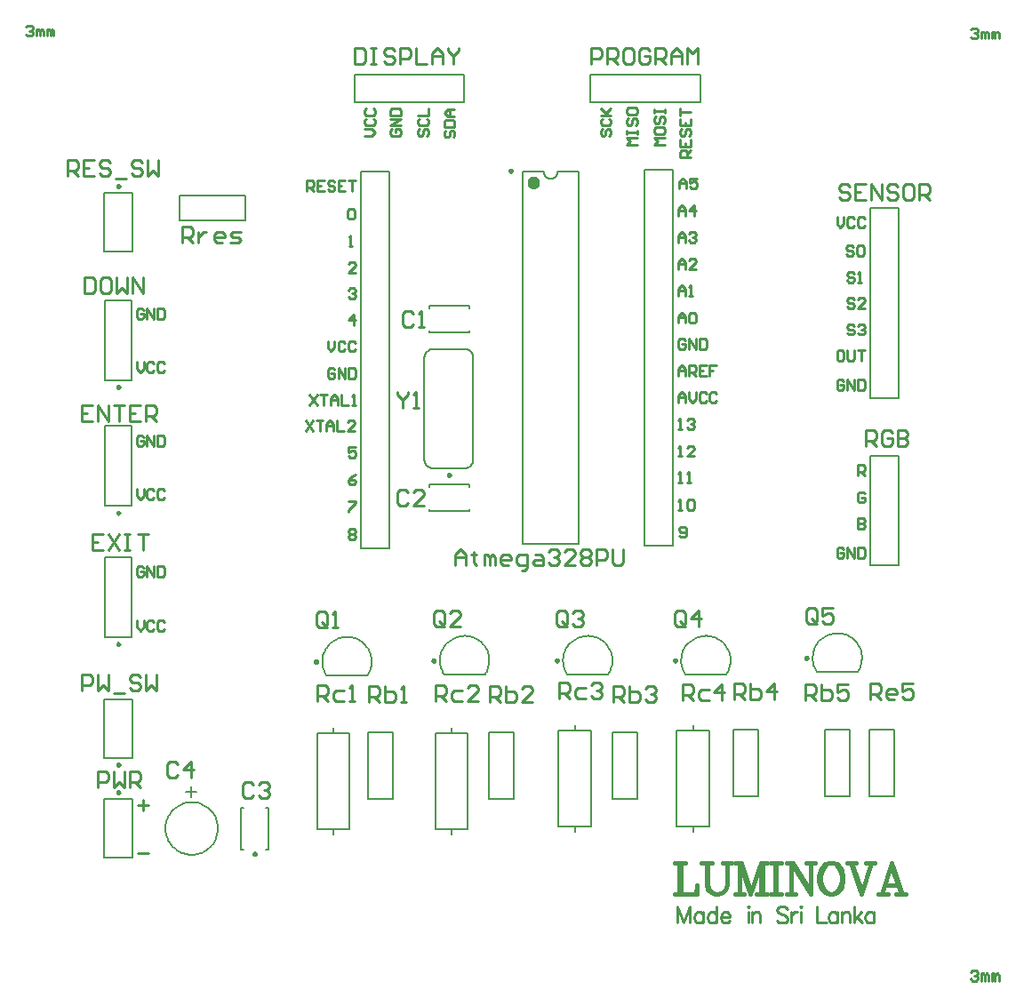
<source format=gbr>
%FSTAX23Y23*%
%MOIN*%
%SFA1B1*%

%IPPOS*%
%ADD34C,0.009843*%
%ADD35C,0.007874*%
%ADD36C,0.023622*%
%ADD37C,0.015748*%
%ADD38C,0.010000*%
%ADD39C,0.005905*%
%LNlamp_legend_top-1*%
%LPD*%
G54D34*
X01737Y01975D02*
D01*
X01737Y01975*
X01737Y01976*
X01737Y01976*
X01737Y01976*
X01736Y01977*
X01736Y01977*
X01736Y01977*
X01736Y01978*
X01736Y01978*
X01736Y01978*
X01735Y01978*
X01735Y01979*
X01735Y01979*
X01735Y01979*
X01734Y01979*
X01734Y01979*
X01734Y01979*
X01733Y0198*
X01733Y0198*
X01733Y0198*
X01732Y0198*
X01732Y0198*
X01732*
X01731Y0198*
X01731Y0198*
X01731Y0198*
X0173Y0198*
X0173Y01979*
X0173Y01979*
X01729Y01979*
X01729Y01979*
X01729Y01979*
X01728Y01979*
X01728Y01978*
X01728Y01978*
X01728Y01978*
X01728Y01978*
X01727Y01977*
X01727Y01977*
X01727Y01977*
X01727Y01976*
X01727Y01976*
X01727Y01976*
X01727Y01975*
X01727Y01975*
X01727Y01975*
X01727Y01974*
X01727Y01974*
X01727Y01974*
X01727Y01973*
X01727Y01973*
X01727Y01973*
X01728Y01972*
X01728Y01972*
X01728Y01972*
X01728Y01971*
X01728Y01971*
X01729Y01971*
X01729Y01971*
X01729Y01971*
X0173Y0197*
X0173Y0197*
X0173Y0197*
X01731Y0197*
X01731Y0197*
X01731Y0197*
X01732Y0197*
X01732*
X01732Y0197*
X01733Y0197*
X01733Y0197*
X01733Y0197*
X01734Y0197*
X01734Y0197*
X01734Y01971*
X01735Y01971*
X01735Y01971*
X01735Y01971*
X01735Y01971*
X01736Y01972*
X01736Y01972*
X01736Y01972*
X01736Y01973*
X01736Y01973*
X01736Y01973*
X01737Y01974*
X01737Y01974*
X01737Y01974*
X01737Y01975*
X01737Y01975*
X01968Y03116D02*
D01*
X01968Y03116*
X01968Y03117*
X01968Y03117*
X01968Y03117*
X01968Y03118*
X01968Y03118*
X01968Y03118*
X01967Y03119*
X01967Y03119*
X01967Y03119*
X01967Y03119*
X01967Y0312*
X01966Y0312*
X01966Y0312*
X01966Y0312*
X01965Y0312*
X01965Y03121*
X01965Y03121*
X01964Y03121*
X01964Y03121*
X01964Y03121*
X01963Y03121*
X01963*
X01963Y03121*
X01962Y03121*
X01962Y03121*
X01962Y03121*
X01961Y03121*
X01961Y0312*
X01961Y0312*
X01961Y0312*
X0196Y0312*
X0196Y0312*
X0196Y03119*
X0196Y03119*
X01959Y03119*
X01959Y03119*
X01959Y03118*
X01959Y03118*
X01959Y03118*
X01959Y03117*
X01958Y03117*
X01958Y03117*
X01958Y03116*
X01958Y03116*
X01958Y03116*
X01958Y03115*
X01958Y03115*
X01959Y03115*
X01959Y03114*
X01959Y03114*
X01959Y03114*
X01959Y03113*
X01959Y03113*
X0196Y03113*
X0196Y03113*
X0196Y03112*
X0196Y03112*
X01961Y03112*
X01961Y03112*
X01961Y03112*
X01961Y03111*
X01962Y03111*
X01962Y03111*
X01962Y03111*
X01963Y03111*
X01963Y03111*
X01963*
X01964Y03111*
X01964Y03111*
X01964Y03111*
X01965Y03111*
X01965Y03111*
X01965Y03112*
X01966Y03112*
X01966Y03112*
X01966Y03112*
X01967Y03112*
X01967Y03113*
X01967Y03113*
X01967Y03113*
X01967Y03113*
X01968Y03114*
X01968Y03114*
X01968Y03114*
X01968Y03115*
X01968Y03115*
X01968Y03115*
X01968Y03116*
X01968Y03116*
X00497Y03058D02*
D01*
X00497Y03059*
X00496Y03059*
X00496Y03059*
X00496Y0306*
X00496Y0306*
X00496Y0306*
X00496Y03061*
X00496Y03061*
X00496Y03061*
X00495Y03062*
X00495Y03062*
X00495Y03062*
X00495Y03062*
X00494Y03062*
X00494Y03063*
X00494Y03063*
X00493Y03063*
X00493Y03063*
X00493Y03063*
X00492Y03063*
X00492Y03063*
X00492Y03063*
X00491*
X00491Y03063*
X00491Y03063*
X0049Y03063*
X0049Y03063*
X0049Y03063*
X00489Y03063*
X00489Y03063*
X00489Y03062*
X00489Y03062*
X00488Y03062*
X00488Y03062*
X00488Y03062*
X00488Y03061*
X00487Y03061*
X00487Y03061*
X00487Y0306*
X00487Y0306*
X00487Y0306*
X00487Y03059*
X00487Y03059*
X00487Y03059*
X00487Y03058*
X00487Y03058*
X00487Y03058*
X00487Y03057*
X00487Y03057*
X00487Y03057*
X00487Y03056*
X00487Y03056*
X00487Y03056*
X00488Y03055*
X00488Y03055*
X00488Y03055*
X00488Y03055*
X00489Y03054*
X00489Y03054*
X00489Y03054*
X00489Y03054*
X0049Y03054*
X0049Y03054*
X0049Y03054*
X00491Y03054*
X00491Y03053*
X00491Y03053*
X00492*
X00492Y03053*
X00492Y03054*
X00493Y03054*
X00493Y03054*
X00493Y03054*
X00494Y03054*
X00494Y03054*
X00494Y03054*
X00495Y03054*
X00495Y03055*
X00495Y03055*
X00495Y03055*
X00496Y03055*
X00496Y03056*
X00496Y03056*
X00496Y03056*
X00496Y03057*
X00496Y03057*
X00496Y03057*
X00496Y03058*
X00497Y03058*
X00497Y03058*
Y02304D02*
D01*
X00497Y02305*
X00496Y02305*
X00496Y02305*
X00496Y02306*
X00496Y02306*
X00496Y02306*
X00496Y02307*
X00496Y02307*
X00496Y02307*
X00495Y02307*
X00495Y02308*
X00495Y02308*
X00495Y02308*
X00494Y02308*
X00494Y02308*
X00494Y02309*
X00493Y02309*
X00493Y02309*
X00493Y02309*
X00492Y02309*
X00492Y02309*
X00492Y02309*
X00491*
X00491Y02309*
X00491Y02309*
X0049Y02309*
X0049Y02309*
X0049Y02309*
X00489Y02309*
X00489Y02308*
X00489Y02308*
X00489Y02308*
X00488Y02308*
X00488Y02308*
X00488Y02307*
X00488Y02307*
X00487Y02307*
X00487Y02307*
X00487Y02306*
X00487Y02306*
X00487Y02306*
X00487Y02305*
X00487Y02305*
X00487Y02305*
X00487Y02304*
X00487Y02304*
X00487Y02304*
X00487Y02303*
X00487Y02303*
X00487Y02303*
X00487Y02302*
X00487Y02302*
X00487Y02302*
X00488Y02301*
X00488Y02301*
X00488Y02301*
X00488Y02301*
X00489Y023*
X00489Y023*
X00489Y023*
X00489Y023*
X0049Y023*
X0049Y023*
X0049Y02299*
X00491Y02299*
X00491Y02299*
X00491Y02299*
X00492*
X00492Y02299*
X00492Y02299*
X00493Y02299*
X00493Y023*
X00493Y023*
X00494Y023*
X00494Y023*
X00494Y023*
X00495Y023*
X00495Y02301*
X00495Y02301*
X00495Y02301*
X00496Y02301*
X00496Y02302*
X00496Y02302*
X00496Y02302*
X00496Y02303*
X00496Y02303*
X00496Y02303*
X00496Y02304*
X00497Y02304*
X00497Y02304*
Y01833D02*
D01*
X00497Y01834*
X00496Y01834*
X00496Y01834*
X00496Y01835*
X00496Y01835*
X00496Y01835*
X00496Y01836*
X00496Y01836*
X00496Y01836*
X00495Y01837*
X00495Y01837*
X00495Y01837*
X00495Y01837*
X00494Y01837*
X00494Y01838*
X00494Y01838*
X00493Y01838*
X00493Y01838*
X00493Y01838*
X00492Y01838*
X00492Y01838*
X00492Y01838*
X00491*
X00491Y01838*
X00491Y01838*
X0049Y01838*
X0049Y01838*
X0049Y01838*
X00489Y01838*
X00489Y01838*
X00489Y01837*
X00489Y01837*
X00488Y01837*
X00488Y01837*
X00488Y01837*
X00488Y01836*
X00487Y01836*
X00487Y01836*
X00487Y01835*
X00487Y01835*
X00487Y01835*
X00487Y01834*
X00487Y01834*
X00487Y01834*
X00487Y01833*
X00487Y01833*
X00487Y01833*
X00487Y01832*
X00487Y01832*
X00487Y01832*
X00487Y01831*
X00487Y01831*
X00487Y01831*
X00488Y0183*
X00488Y0183*
X00488Y0183*
X00488Y0183*
X00489Y01829*
X00489Y01829*
X00489Y01829*
X00489Y01829*
X0049Y01829*
X0049Y01829*
X0049Y01829*
X00491Y01829*
X00491Y01828*
X00491Y01828*
X00492*
X00492Y01828*
X00492Y01829*
X00493Y01829*
X00493Y01829*
X00493Y01829*
X00494Y01829*
X00494Y01829*
X00494Y01829*
X00495Y01829*
X00495Y0183*
X00495Y0183*
X00495Y0183*
X00496Y0183*
X00496Y01831*
X00496Y01831*
X00496Y01831*
X00496Y01832*
X00496Y01832*
X00496Y01832*
X00496Y01833*
X00497Y01833*
X00497Y01833*
Y0134D02*
D01*
X00497Y0134*
X00496Y0134*
X00496Y01341*
X00496Y01341*
X00496Y01341*
X00496Y01342*
X00496Y01342*
X00496Y01342*
X00496Y01343*
X00495Y01343*
X00495Y01343*
X00495Y01343*
X00495Y01344*
X00494Y01344*
X00494Y01344*
X00494Y01344*
X00493Y01344*
X00493Y01344*
X00493Y01344*
X00492Y01345*
X00492Y01345*
X00492Y01345*
X00491*
X00491Y01345*
X00491Y01345*
X0049Y01344*
X0049Y01344*
X0049Y01344*
X00489Y01344*
X00489Y01344*
X00489Y01344*
X00489Y01344*
X00488Y01343*
X00488Y01343*
X00488Y01343*
X00488Y01343*
X00487Y01342*
X00487Y01342*
X00487Y01342*
X00487Y01341*
X00487Y01341*
X00487Y01341*
X00487Y0134*
X00487Y0134*
X00487Y0134*
X00487Y01339*
X00487Y01339*
X00487Y01339*
X00487Y01338*
X00487Y01338*
X00487Y01338*
X00487Y01337*
X00487Y01337*
X00488Y01337*
X00488Y01336*
X00488Y01336*
X00488Y01336*
X00489Y01336*
X00489Y01336*
X00489Y01335*
X00489Y01335*
X0049Y01335*
X0049Y01335*
X0049Y01335*
X00491Y01335*
X00491Y01335*
X00491Y01335*
X00492*
X00492Y01335*
X00492Y01335*
X00493Y01335*
X00493Y01335*
X00493Y01335*
X00494Y01335*
X00494Y01335*
X00494Y01336*
X00495Y01336*
X00495Y01336*
X00495Y01336*
X00495Y01336*
X00496Y01337*
X00496Y01337*
X00496Y01337*
X00496Y01338*
X00496Y01338*
X00496Y01338*
X00496Y01339*
X00496Y01339*
X00497Y01339*
X00497Y0134*
Y00888D02*
D01*
X00497Y00889*
X00496Y00889*
X00496Y00889*
X00496Y0089*
X00496Y0089*
X00496Y0089*
X00496Y00891*
X00496Y00891*
X00496Y00891*
X00495Y00891*
X00495Y00892*
X00495Y00892*
X00495Y00892*
X00494Y00892*
X00494Y00893*
X00494Y00893*
X00493Y00893*
X00493Y00893*
X00493Y00893*
X00492Y00893*
X00492Y00893*
X00492Y00893*
X00491*
X00491Y00893*
X00491Y00893*
X0049Y00893*
X0049Y00893*
X0049Y00893*
X00489Y00893*
X00489Y00893*
X00489Y00892*
X00489Y00892*
X00488Y00892*
X00488Y00892*
X00488Y00891*
X00488Y00891*
X00487Y00891*
X00487Y00891*
X00487Y0089*
X00487Y0089*
X00487Y0089*
X00487Y00889*
X00487Y00889*
X00487Y00889*
X00487Y00888*
X00487Y00888*
X00487Y00888*
X00487Y00887*
X00487Y00887*
X00487Y00887*
X00487Y00886*
X00487Y00886*
X00487Y00886*
X00488Y00885*
X00488Y00885*
X00488Y00885*
X00488Y00885*
X00489Y00884*
X00489Y00884*
X00489Y00884*
X00489Y00884*
X0049Y00884*
X0049Y00884*
X0049Y00884*
X00491Y00883*
X00491Y00883*
X00491Y00883*
X00492*
X00492Y00883*
X00492Y00883*
X00493Y00884*
X00493Y00884*
X00493Y00884*
X00494Y00884*
X00494Y00884*
X00494Y00884*
X00495Y00884*
X00495Y00885*
X00495Y00885*
X00495Y00885*
X00496Y00885*
X00496Y00886*
X00496Y00886*
X00496Y00886*
X00496Y00887*
X00496Y00887*
X00496Y00887*
X00496Y00888*
X00497Y00888*
X00497Y00888*
Y00784D02*
D01*
X00497Y00784*
X00496Y00785*
X00496Y00785*
X00496Y00785*
X00496Y00786*
X00496Y00786*
X00496Y00786*
X00496Y00787*
X00496Y00787*
X00495Y00787*
X00495Y00787*
X00495Y00788*
X00495Y00788*
X00494Y00788*
X00494Y00788*
X00494Y00788*
X00493Y00789*
X00493Y00789*
X00493Y00789*
X00492Y00789*
X00492Y00789*
X00492Y00789*
X00491*
X00491Y00789*
X00491Y00789*
X0049Y00789*
X0049Y00789*
X0049Y00789*
X00489Y00788*
X00489Y00788*
X00489Y00788*
X00489Y00788*
X00488Y00788*
X00488Y00787*
X00488Y00787*
X00488Y00787*
X00487Y00787*
X00487Y00786*
X00487Y00786*
X00487Y00786*
X00487Y00785*
X00487Y00785*
X00487Y00785*
X00487Y00784*
X00487Y00784*
X00487Y00784*
X00487Y00783*
X00487Y00783*
X00487Y00783*
X00487Y00782*
X00487Y00782*
X00487Y00782*
X00487Y00781*
X00488Y00781*
X00488Y00781*
X00488Y00781*
X00488Y0078*
X00489Y0078*
X00489Y0078*
X00489Y0078*
X00489Y0078*
X0049Y00779*
X0049Y00779*
X0049Y00779*
X00491Y00779*
X00491Y00779*
X00491Y00779*
X00492*
X00492Y00779*
X00492Y00779*
X00493Y00779*
X00493Y00779*
X00493Y00779*
X00494Y0078*
X00494Y0078*
X00494Y0078*
X00495Y0078*
X00495Y0078*
X00495Y00781*
X00495Y00781*
X00496Y00781*
X00496Y00781*
X00496Y00782*
X00496Y00782*
X00496Y00782*
X00496Y00783*
X00496Y00783*
X00496Y00783*
X00497Y00784*
X00497Y00784*
X01008Y00554D02*
D01*
X01008Y00554*
X01008Y00554*
X01008Y00555*
X01008Y00555*
X01008Y00555*
X01008Y00556*
X01008Y00556*
X01008Y00556*
X01007Y00557*
X01007Y00557*
X01007Y00557*
X01007Y00557*
X01006Y00558*
X01006Y00558*
X01006Y00558*
X01006Y00558*
X01005Y00558*
X01005Y00558*
X01005Y00558*
X01004Y00558*
X01004Y00559*
X01004Y00559*
X01003*
X01003Y00559*
X01003Y00558*
X01002Y00558*
X01002Y00558*
X01002Y00558*
X01001Y00558*
X01001Y00558*
X01001Y00558*
X01Y00558*
X01Y00557*
X01Y00557*
X01Y00557*
X00999Y00557*
X00999Y00556*
X00999Y00556*
X00999Y00556*
X00999Y00555*
X00999Y00555*
X00999Y00555*
X00999Y00554*
X00999Y00554*
X00999Y00554*
X00999Y00553*
X00999Y00553*
X00999Y00553*
X00999Y00552*
X00999Y00552*
X00999Y00552*
X00999Y00551*
X00999Y00551*
X00999Y00551*
X01Y0055*
X01Y0055*
X01Y0055*
X01Y0055*
X01001Y0055*
X01001Y00549*
X01001Y00549*
X01002Y00549*
X01002Y00549*
X01002Y00549*
X01003Y00549*
X01003Y00549*
X01003Y00549*
X01004*
X01004Y00549*
X01004Y00549*
X01005Y00549*
X01005Y00549*
X01005Y00549*
X01006Y00549*
X01006Y00549*
X01006Y0055*
X01006Y0055*
X01007Y0055*
X01007Y0055*
X01007Y0055*
X01007Y00551*
X01008Y00551*
X01008Y00551*
X01008Y00552*
X01008Y00552*
X01008Y00552*
X01008Y00553*
X01008Y00553*
X01008Y00553*
X01008Y00554*
X03077Y01289D02*
D01*
X03077Y01289*
X03077Y0129*
X03077Y0129*
X03077Y0129*
X03077Y01291*
X03077Y01291*
X03077Y01291*
X03077Y01291*
X03076Y01292*
X03076Y01292*
X03076Y01292*
X03076Y01293*
X03075Y01293*
X03075Y01293*
X03075Y01293*
X03074Y01293*
X03074Y01293*
X03074Y01294*
X03074Y01294*
X03073Y01294*
X03073Y01294*
X03073Y01294*
X03072*
X03072Y01294*
X03071Y01294*
X03071Y01294*
X03071Y01294*
X0307Y01293*
X0307Y01293*
X0307Y01293*
X0307Y01293*
X03069Y01293*
X03069Y01293*
X03069Y01292*
X03069Y01292*
X03068Y01292*
X03068Y01291*
X03068Y01291*
X03068Y01291*
X03068Y01291*
X03068Y0129*
X03068Y0129*
X03067Y0129*
X03067Y01289*
X03067Y01289*
X03067Y01289*
X03067Y01288*
X03068Y01288*
X03068Y01288*
X03068Y01287*
X03068Y01287*
X03068Y01287*
X03068Y01286*
X03068Y01286*
X03069Y01286*
X03069Y01285*
X03069Y01285*
X03069Y01285*
X0307Y01285*
X0307Y01285*
X0307Y01284*
X0307Y01284*
X03071Y01284*
X03071Y01284*
X03071Y01284*
X03072Y01284*
X03072Y01284*
X03073*
X03073Y01284*
X03073Y01284*
X03074Y01284*
X03074Y01284*
X03074Y01284*
X03074Y01284*
X03075Y01285*
X03075Y01285*
X03075Y01285*
X03076Y01285*
X03076Y01285*
X03076Y01286*
X03076Y01286*
X03077Y01286*
X03077Y01287*
X03077Y01287*
X03077Y01287*
X03077Y01288*
X03077Y01288*
X03077Y01288*
X03077Y01289*
X03077Y01289*
X01239Y01275D02*
D01*
X01239Y01275*
X01239Y01276*
X01239Y01276*
X01238Y01276*
X01238Y01277*
X01238Y01277*
X01238Y01277*
X01238Y01278*
X01238Y01278*
X01238Y01278*
X01237Y01279*
X01237Y01279*
X01237Y01279*
X01237Y01279*
X01236Y01279*
X01236Y0128*
X01236Y0128*
X01235Y0128*
X01235Y0128*
X01235Y0128*
X01234Y0128*
X01234Y0128*
X01234*
X01233Y0128*
X01233Y0128*
X01233Y0128*
X01232Y0128*
X01232Y0128*
X01232Y0128*
X01231Y01279*
X01231Y01279*
X01231Y01279*
X0123Y01279*
X0123Y01279*
X0123Y01278*
X0123Y01278*
X0123Y01278*
X01229Y01277*
X01229Y01277*
X01229Y01277*
X01229Y01276*
X01229Y01276*
X01229Y01276*
X01229Y01275*
X01229Y01275*
X01229Y01275*
X01229Y01274*
X01229Y01274*
X01229Y01274*
X01229Y01273*
X01229Y01273*
X01229Y01273*
X0123Y01272*
X0123Y01272*
X0123Y01272*
X0123Y01272*
X0123Y01271*
X01231Y01271*
X01231Y01271*
X01231Y01271*
X01232Y01271*
X01232Y01271*
X01232Y0127*
X01233Y0127*
X01233Y0127*
X01233Y0127*
X01234Y0127*
X01234*
X01234Y0127*
X01235Y0127*
X01235Y0127*
X01235Y0127*
X01236Y01271*
X01236Y01271*
X01236Y01271*
X01237Y01271*
X01237Y01271*
X01237Y01271*
X01237Y01272*
X01238Y01272*
X01238Y01272*
X01238Y01272*
X01238Y01273*
X01238Y01273*
X01238Y01273*
X01238Y01274*
X01239Y01274*
X01239Y01274*
X01239Y01275*
X01239Y01275*
X0168Y01279D02*
D01*
X0168Y01279*
X0168Y0128*
X0168Y0128*
X01679Y0128*
X01679Y01281*
X01679Y01281*
X01679Y01281*
X01679Y01282*
X01679Y01282*
X01678Y01282*
X01678Y01282*
X01678Y01283*
X01678Y01283*
X01677Y01283*
X01677Y01283*
X01677Y01283*
X01677Y01284*
X01676Y01284*
X01676Y01284*
X01676Y01284*
X01675Y01284*
X01675Y01284*
X01675*
X01674Y01284*
X01674Y01284*
X01674Y01284*
X01673Y01284*
X01673Y01284*
X01673Y01283*
X01672Y01283*
X01672Y01283*
X01672Y01283*
X01671Y01283*
X01671Y01282*
X01671Y01282*
X01671Y01282*
X01671Y01282*
X0167Y01281*
X0167Y01281*
X0167Y01281*
X0167Y0128*
X0167Y0128*
X0167Y0128*
X0167Y01279*
X0167Y01279*
X0167Y01279*
X0167Y01278*
X0167Y01278*
X0167Y01278*
X0167Y01277*
X0167Y01277*
X0167Y01277*
X01671Y01276*
X01671Y01276*
X01671Y01276*
X01671Y01276*
X01671Y01275*
X01672Y01275*
X01672Y01275*
X01672Y01275*
X01673Y01275*
X01673Y01274*
X01673Y01274*
X01674Y01274*
X01674Y01274*
X01674Y01274*
X01675Y01274*
X01675*
X01675Y01274*
X01676Y01274*
X01676Y01274*
X01676Y01274*
X01677Y01274*
X01677Y01275*
X01677Y01275*
X01677Y01275*
X01678Y01275*
X01678Y01275*
X01678Y01276*
X01678Y01276*
X01679Y01276*
X01679Y01276*
X01679Y01277*
X01679Y01277*
X01679Y01277*
X01679Y01278*
X0168Y01278*
X0168Y01278*
X0168Y01279*
X0168Y01279*
X02584D02*
D01*
X02584Y01279*
X02584Y0128*
X02584Y0128*
X02584Y0128*
X02584Y01281*
X02584Y01281*
X02584Y01281*
X02584Y01282*
X02583Y01282*
X02583Y01282*
X02583Y01282*
X02583Y01283*
X02582Y01283*
X02582Y01283*
X02582Y01283*
X02582Y01283*
X02581Y01284*
X02581Y01284*
X02581Y01284*
X0258Y01284*
X0258Y01284*
X0258Y01284*
X02579*
X02579Y01284*
X02579Y01284*
X02578Y01284*
X02578Y01284*
X02578Y01284*
X02577Y01283*
X02577Y01283*
X02577Y01283*
X02576Y01283*
X02576Y01283*
X02576Y01282*
X02576Y01282*
X02575Y01282*
X02575Y01282*
X02575Y01281*
X02575Y01281*
X02575Y01281*
X02575Y0128*
X02575Y0128*
X02575Y0128*
X02575Y01279*
X02575Y01279*
X02575Y01279*
X02575Y01278*
X02575Y01278*
X02575Y01278*
X02575Y01277*
X02575Y01277*
X02575Y01277*
X02575Y01276*
X02575Y01276*
X02576Y01276*
X02576Y01276*
X02576Y01275*
X02576Y01275*
X02577Y01275*
X02577Y01275*
X02577Y01275*
X02578Y01274*
X02578Y01274*
X02578Y01274*
X02579Y01274*
X02579Y01274*
X02579Y01274*
X0258*
X0258Y01274*
X0258Y01274*
X02581Y01274*
X02581Y01274*
X02581Y01274*
X02582Y01275*
X02582Y01275*
X02582Y01275*
X02582Y01275*
X02583Y01275*
X02583Y01276*
X02583Y01276*
X02583Y01276*
X02584Y01276*
X02584Y01277*
X02584Y01277*
X02584Y01277*
X02584Y01278*
X02584Y01278*
X02584Y01278*
X02584Y01279*
X02584Y01279*
X02141D02*
D01*
X02141Y01279*
X02141Y0128*
X02141Y0128*
X02141Y0128*
X02141Y01281*
X02141Y01281*
X02141Y01281*
X02141Y01282*
X0214Y01282*
X0214Y01282*
X0214Y01282*
X0214Y01283*
X0214Y01283*
X02139Y01283*
X02139Y01283*
X02139Y01283*
X02138Y01284*
X02138Y01284*
X02138Y01284*
X02137Y01284*
X02137Y01284*
X02137Y01284*
X02136*
X02136Y01284*
X02136Y01284*
X02135Y01284*
X02135Y01284*
X02135Y01284*
X02134Y01283*
X02134Y01283*
X02134Y01283*
X02133Y01283*
X02133Y01283*
X02133Y01282*
X02133Y01282*
X02133Y01282*
X02132Y01282*
X02132Y01281*
X02132Y01281*
X02132Y01281*
X02132Y0128*
X02132Y0128*
X02132Y0128*
X02132Y01279*
X02132Y01279*
X02132Y01279*
X02132Y01278*
X02132Y01278*
X02132Y01278*
X02132Y01277*
X02132Y01277*
X02132Y01277*
X02132Y01276*
X02133Y01276*
X02133Y01276*
X02133Y01276*
X02133Y01275*
X02133Y01275*
X02134Y01275*
X02134Y01275*
X02134Y01275*
X02135Y01274*
X02135Y01274*
X02135Y01274*
X02136Y01274*
X02136Y01274*
X02136Y01274*
X02137*
X02137Y01274*
X02137Y01274*
X02138Y01274*
X02138Y01274*
X02138Y01274*
X02139Y01275*
X02139Y01275*
X02139Y01275*
X0214Y01275*
X0214Y01275*
X0214Y01276*
X0214Y01276*
X0214Y01276*
X02141Y01276*
X02141Y01277*
X02141Y01277*
X02141Y01277*
X02141Y01278*
X02141Y01278*
X02141Y01278*
X02141Y01279*
X02141Y01279*
G54D35*
X0164Y02033D02*
D01*
X0164Y02031*
X01641Y02028*
X01641Y02026*
X01642Y02024*
X01642Y02022*
X01643Y0202*
X01644Y02018*
X01645Y02016*
X01646Y02014*
X01648Y02012*
X01649Y0201*
X01651Y02009*
X01653Y02007*
X01655Y02006*
X01656Y02005*
X01658Y02004*
X01661Y02003*
X01663Y02002*
X01665Y02001*
X01667Y02001*
X01669Y02001*
X01672Y02001*
X01673Y02*
X01791D02*
D01*
X01793Y02001*
X01795Y02001*
X01798Y02001*
X018Y02002*
X01802Y02002*
X01804Y02003*
X01806Y02004*
X01808Y02005*
X0181Y02007*
X01812Y02008*
X01813Y0201*
X01815Y02011*
X01816Y02013*
X01818Y02015*
X01819Y02017*
X0182Y02019*
X01821Y02021*
X01822Y02023*
X01822Y02025*
X01823Y02027*
X01823Y0203*
X01823Y02032*
X01823Y02033*
Y02415D02*
D01*
X01823Y02417*
X01823Y02419*
X01823Y02422*
X01822Y02424*
X01821Y02426*
X01821Y02428*
X0182Y0243*
X01818Y02432*
X01817Y02434*
X01816Y02436*
X01814Y02437*
X01813Y02439*
X01811Y0244*
X01809Y02442*
X01807Y02443*
X01805Y02444*
X01803Y02445*
X01801Y02446*
X01799Y02446*
X01796Y02447*
X01794Y02447*
X01792Y02447*
X01791Y02447*
X01673D02*
D01*
X0167Y02447*
X01668Y02447*
X01666Y02447*
X01664Y02446*
X01662Y02445*
X0166Y02445*
X01657Y02444*
X01656Y02442*
X01654Y02441*
X01652Y0244*
X0165Y02438*
X01649Y02437*
X01647Y02435*
X01646Y02433*
X01645Y02431*
X01644Y02429*
X01643Y02427*
X01642Y02425*
X01641Y02423*
X01641Y0242*
X0164Y02418*
X0164Y02416*
X0164Y02415*
X02088Y03112D02*
D01*
X02088Y0311*
X02089Y03108*
X02089Y03107*
X02089Y03105*
X0209Y03103*
X0209Y03102*
X02091Y031*
X02092Y03098*
X02093Y03097*
X02094Y03096*
X02095Y03094*
X02097Y03093*
X02098Y03092*
X02099Y03091*
X02101Y0309*
X02102Y03089*
X02104Y03089*
X02106Y03088*
X02107Y03087*
X02109Y03087*
X02111Y03087*
X02112Y03087*
X02114*
X02116Y03087*
X02118Y03087*
X02119Y03087*
X02121Y03088*
X02123Y03089*
X02124Y03089*
X02126Y0309*
X02127Y03091*
X02129Y03092*
X0213Y03093*
X02131Y03094*
X02132Y03096*
X02134Y03097*
X02134Y03098*
X02135Y031*
X02136Y03102*
X02137Y03103*
X02137Y03105*
X02138Y03107*
X02138Y03108*
X02138Y0311*
X02138Y03112*
X00866Y00649D02*
D01*
X00865Y00656*
X00865Y00663*
X00863Y0067*
X00862Y00676*
X0086Y00683*
X00857Y00689*
X00854Y00695*
X00851Y00701*
X00847Y00707*
X00843Y00712*
X00838Y00717*
X00833Y00722*
X00828Y00727*
X00822Y00731*
X00816Y00734*
X0081Y00738*
X00804Y0074*
X00798Y00743*
X00791Y00745*
X00784Y00746*
X00778Y00747*
X00771Y00747*
X00764*
X00757Y00747*
X0075Y00746*
X00743Y00745*
X00737Y00743*
X0073Y0074*
X00724Y00738*
X00718Y00734*
X00712Y00731*
X00707Y00727*
X00701Y00722*
X00696Y00717*
X00692Y00712*
X00688Y00707*
X00684Y00701*
X0068Y00695*
X00677Y00689*
X00675Y00683*
X00673Y00676*
X00671Y0067*
X0067Y00663*
X00669Y00656*
X00669Y00649*
X00669Y00642*
X0067Y00635*
X00671Y00629*
X00673Y00622*
X00675Y00615*
X00677Y00609*
X0068Y00603*
X00684Y00597*
X00688Y00591*
X00692Y00586*
X00696Y00581*
X00701Y00576*
X00707Y00572*
X00712Y00568*
X00718Y00564*
X00724Y00561*
X0073Y00558*
X00737Y00555*
X00743Y00554*
X0075Y00552*
X00757Y00551*
X00764Y00551*
X00771*
X00778Y00551*
X00784Y00552*
X00791Y00554*
X00798Y00555*
X00804Y00558*
X0081Y00561*
X00816Y00564*
X00822Y00568*
X00828Y00572*
X00833Y00576*
X00838Y00581*
X00843Y00586*
X00847Y00591*
X00851Y00597*
X00854Y00603*
X00857Y00609*
X0086Y00615*
X00862Y00622*
X00863Y00629*
X00865Y00635*
X00865Y00642*
X00866Y00649*
X03265Y01236D02*
D01*
X03268Y01242*
X03271Y01247*
X03274Y01253*
X03276Y01259*
X03278Y01266*
X03279Y01272*
X0328Y01278*
X03281Y01285*
X03281Y01291*
X03281Y01298*
X0328Y01304*
X03278Y0131*
X03277Y01317*
X03275Y01323*
X03272Y01329*
X03269Y01334*
X03266Y0134*
X03262Y01345*
X03258Y0135*
X03253Y01355*
X03249Y01359*
X03244Y01363*
X03238Y01367*
X03233Y0137*
X03227Y01373*
X03221Y01375*
X03215Y01378*
X03209Y01379*
X03202Y0138*
X03196Y01381*
X03189Y01381*
X03183Y01381*
X03177Y01381*
X0317Y0138*
X03164Y01378*
X03158Y01376*
X03152Y01374*
X03146Y01371*
X0314Y01368*
X03135Y01364*
X0313Y0136*
X03125Y01356*
X0312Y01352*
X03116Y01347*
X03112Y01341*
X03109Y01336*
X03106Y0133*
X03103Y01324*
X03101Y01318*
X03099Y01312*
X03098Y01306*
X03097Y013*
X03096Y01293*
X03096Y01287*
X03096Y0128*
X03097Y01274*
X03098Y01267*
X031Y01261*
X03102Y01255*
X03105Y01249*
X03108Y01243*
X03111Y01238*
X03112Y01236*
X01426Y01223D02*
D01*
X0143Y01228*
X01433Y01234*
X01435Y0124*
X01438Y01246*
X01439Y01252*
X01441Y01258*
X01442Y01264*
X01442Y01271*
X01442Y01277*
X01442Y01284*
X01441Y0129*
X0144Y01296*
X01438Y01303*
X01436Y01309*
X01433Y01315*
X01431Y0132*
X01427Y01326*
X01423Y01331*
X01419Y01336*
X01415Y01341*
X0141Y01345*
X01405Y01349*
X014Y01353*
X01394Y01356*
X01388Y01359*
X01382Y01362*
X01376Y01364*
X0137Y01365*
X01364Y01367*
X01357Y01367*
X01351Y01368*
X01344Y01367*
X01338Y01367*
X01332Y01366*
X01325Y01364*
X01319Y01362*
X01313Y0136*
X01307Y01357*
X01302Y01354*
X01296Y01351*
X01291Y01347*
X01286Y01342*
X01282Y01338*
X01278Y01333*
X01274Y01328*
X0127Y01322*
X01267Y01317*
X01264Y01311*
X01262Y01305*
X0126Y01298*
X01259Y01292*
X01258Y01286*
X01257Y01279*
X01257Y01273*
X01258Y01266*
X01259Y0126*
X0126Y01254*
X01262Y01247*
X01264Y01241*
X01266Y01235*
X01269Y0123*
X01273Y01224*
X01274Y01223*
X01867Y01226D02*
D01*
X0187Y01232*
X01874Y01238*
X01876Y01243*
X01879Y01249*
X0188Y01256*
X01882Y01262*
X01883Y01268*
X01883Y01275*
X01883Y01281*
X01883Y01288*
X01882Y01294*
X01881Y013*
X01879Y01307*
X01877Y01313*
X01874Y01319*
X01871Y01324*
X01868Y0133*
X01864Y01335*
X0186Y0134*
X01856Y01345*
X01851Y01349*
X01846Y01353*
X01841Y01357*
X01835Y0136*
X01829Y01363*
X01823Y01366*
X01817Y01368*
X01811Y01369*
X01805Y01371*
X01798Y01371*
X01792Y01372*
X01785Y01371*
X01779Y01371*
X01773Y0137*
X01766Y01368*
X0176Y01366*
X01754Y01364*
X01748Y01361*
X01743Y01358*
X01737Y01354*
X01732Y01351*
X01727Y01346*
X01723Y01342*
X01719Y01337*
X01715Y01332*
X01711Y01326*
X01708Y0132*
X01705Y01315*
X01703Y01309*
X01701Y01302*
X017Y01296*
X01699Y0129*
X01698Y01283*
X01698Y01277*
X01699Y0127*
X017Y01264*
X01701Y01258*
X01703Y01251*
X01705Y01245*
X01707Y01239*
X0171Y01234*
X01714Y01228*
X01715Y01226*
X02772Y01226D02*
D01*
X02775Y01232*
X02778Y01238*
X02781Y01243*
X02783Y01249*
X02785Y01256*
X02786Y01262*
X02787Y01268*
X02788Y01275*
X02788Y01281*
X02788Y01288*
X02787Y01294*
X02786Y013*
X02784Y01307*
X02782Y01313*
X02779Y01319*
X02776Y01324*
X02773Y0133*
X02769Y01335*
X02765Y0134*
X02761Y01345*
X02756Y01349*
X02751Y01353*
X02745Y01357*
X0274Y0136*
X02734Y01363*
X02728Y01366*
X02722Y01368*
X02716Y01369*
X02709Y01371*
X02703Y01371*
X02697Y01372*
X0269Y01371*
X02684Y01371*
X02677Y0137*
X02671Y01368*
X02665Y01366*
X02659Y01364*
X02653Y01361*
X02647Y01358*
X02642Y01354*
X02637Y01351*
X02632Y01346*
X02627Y01342*
X02623Y01337*
X02619Y01332*
X02616Y01326*
X02613Y0132*
X0261Y01315*
X02608Y01309*
X02606Y01302*
X02605Y01296*
X02604Y0129*
X02603Y01283*
X02603Y01277*
X02603Y0127*
X02604Y01264*
X02606Y01258*
X02607Y01251*
X02609Y01245*
X02612Y01239*
X02615Y01234*
X02618Y01228*
X02619Y01226*
X02329Y01226D02*
D01*
X02332Y01232*
X02335Y01238*
X02338Y01243*
X0234Y01249*
X02342Y01256*
X02344Y01262*
X02345Y01268*
X02345Y01275*
X02345Y01281*
X02345Y01288*
X02344Y01294*
X02343Y013*
X02341Y01307*
X02339Y01313*
X02336Y01319*
X02333Y01324*
X0233Y0133*
X02326Y01335*
X02322Y0134*
X02318Y01345*
X02313Y01349*
X02308Y01353*
X02303Y01357*
X02297Y0136*
X02291Y01363*
X02285Y01366*
X02279Y01368*
X02273Y01369*
X02267Y01371*
X0226Y01371*
X02254Y01372*
X02247Y01371*
X02241Y01371*
X02234Y0137*
X02228Y01368*
X02222Y01366*
X02216Y01364*
X0221Y01361*
X02204Y01358*
X02199Y01354*
X02194Y01351*
X02189Y01346*
X02185Y01342*
X0218Y01337*
X02177Y01332*
X02173Y01326*
X0217Y0132*
X02167Y01315*
X02165Y01309*
X02163Y01302*
X02162Y01296*
X02161Y0129*
X0216Y01283*
X0216Y01277*
X02161Y0127*
X02161Y01264*
X02163Y01258*
X02164Y01251*
X02166Y01245*
X02169Y01239*
X02172Y01234*
X02175Y01228*
X02177Y01226*
X02708Y00657D02*
Y01015D01*
X02586Y00657D02*
X02708D01*
X02586D02*
Y01015D01*
X02708*
X02647D02*
Y01037D01*
Y00636D02*
Y00657D01*
X03313Y02263D02*
Y02975D01*
X03419*
Y02263D02*
Y02975D01*
X03313Y02263D02*
X03419D01*
X03313Y01635D02*
Y02047D01*
X03419*
Y01635D02*
Y02047D01*
X03313Y01635D02*
X03419D01*
X01657Y01839D02*
X01807D01*
X01657Y01939D02*
X01807D01*
X01657Y01839D02*
Y01848D01*
X01807Y01839D02*
Y01848D01*
Y01931D02*
Y01939D01*
X01657Y01931D02*
Y01939D01*
Y02509D02*
X01807D01*
X01657Y02609D02*
X01807D01*
X01657Y02509D02*
Y02517D01*
X01807Y02509D02*
Y02517D01*
Y026D02*
Y02609D01*
X01657Y026D02*
Y02609D01*
X01823Y02033D02*
Y02415D01*
X0164Y02033D02*
Y02415D01*
X01673Y02447D02*
X01791D01*
X01673Y02D02*
X01791D01*
X02009Y01718D02*
Y03112D01*
X02218Y01718D02*
Y03112D01*
X02009D02*
X02088D01*
X02138D02*
X02218D01*
X02009Y01718D02*
X02218D01*
X00722Y02929D02*
Y03023D01*
X0097*
X00722Y02929D02*
X0097D01*
Y03023*
X00544Y02814D02*
Y03033D01*
X0044Y02814D02*
X00544D01*
X0044D02*
Y03033D01*
X00544*
X00443Y0263D02*
X00541D01*
X00443Y0233D02*
X00541D01*
Y0263*
X00443Y0233D02*
Y0263D01*
Y02159D02*
X00541D01*
X00443Y01859D02*
X00541D01*
Y02159*
X00443Y01859D02*
Y02159D01*
Y01665D02*
X00541D01*
X00443Y01365D02*
X00541D01*
Y01665*
X00443Y01365D02*
Y01665D01*
X0044Y00913D02*
Y01133D01*
X00544*
Y00913D02*
Y01133D01*
X0044Y00913D02*
X00544D01*
Y00539D02*
Y00759D01*
X0044Y00539D02*
X00544D01*
X0044D02*
Y00759D01*
X00544*
X03141Y00771D02*
X03236D01*
X03141D02*
Y01019D01*
X03236Y00771D02*
Y01019D01*
X03141D02*
X03236D01*
X03309Y00771D02*
X03403D01*
X03309D02*
Y01019D01*
X03403Y00771D02*
Y01019D01*
X03309D02*
X03403D01*
X01789Y03372D02*
Y03478D01*
X01377D02*
X01789D01*
X01377Y03372D02*
Y03478D01*
Y03372D02*
X01789D01*
X02466Y01709D02*
X02572D01*
Y03121*
X02466D02*
X02572D01*
X02466Y01709D02*
Y03121D01*
X01403Y01701D02*
X01509D01*
Y03113*
X01403D02*
X01509D01*
X01403Y01701D02*
Y03113D01*
X02675Y03372D02*
Y03478D01*
X02263D02*
X02675D01*
X02263Y03372D02*
Y03478D01*
Y03372D02*
X02675D01*
X01044Y00728D02*
X01055D01*
X01044Y0057D02*
X01055D01*
X00952Y00728D02*
X00963D01*
X00952Y0057D02*
X00963D01*
X01055D02*
Y00728D01*
X00952Y0057D02*
Y00728D01*
X03112Y01236D02*
X03265D01*
X01299Y00626D02*
Y00647D01*
Y01005D02*
Y01027D01*
X01238Y01005D02*
X0136D01*
X01238Y00647D02*
Y01005D01*
Y00647D02*
X0136D01*
Y01005*
X01742Y00626D02*
Y00647D01*
Y01005D02*
Y01027D01*
X01681Y01005D02*
X01803D01*
X01681Y00647D02*
Y01005D01*
Y00647D02*
X01803D01*
Y01005*
X02204Y00636D02*
Y00657D01*
Y01015D02*
Y01037D01*
X02143Y01015D02*
X02265D01*
X02143Y00657D02*
Y01015D01*
Y00657D02*
X02265D01*
Y01015*
X01429Y01009D02*
X01523D01*
Y00761D02*
Y01009D01*
X01429Y00761D02*
Y01009D01*
Y00761D02*
X01523D01*
X01274Y01223D02*
X01426D01*
X01881Y01009D02*
X01976D01*
Y00761D02*
Y01009D01*
X01881Y00761D02*
Y01009D01*
Y00761D02*
X01976D01*
X01715Y01226D02*
X01867D01*
X02797Y01019D02*
X02891D01*
Y00771D02*
Y01019D01*
X02797Y00771D02*
Y01019D01*
Y00771D02*
X02891D01*
X02344Y01009D02*
X02438D01*
Y00761D02*
Y01009D01*
X02344Y00761D02*
Y01009D01*
Y00761D02*
X02438D01*
X02619Y01226D02*
X02772D01*
X02177D02*
X02329D01*
G54D36*
X0206Y03072D02*
D01*
X0206Y03073*
X0206Y03074*
X0206Y03075*
X0206Y03076*
X02059Y03076*
X02059Y03077*
X02059Y03078*
X02058Y03079*
X02058Y03079*
X02057Y0308*
X02057Y03081*
X02056Y03081*
X02056Y03082*
X02055Y03082*
X02054Y03083*
X02053Y03083*
X02053Y03083*
X02052Y03084*
X02051Y03084*
X0205Y03084*
X0205Y03084*
X02049Y03084*
X02048*
X02047Y03084*
X02046Y03084*
X02045Y03084*
X02045Y03084*
X02044Y03083*
X02043Y03083*
X02042Y03083*
X02042Y03082*
X02041Y03082*
X0204Y03081*
X0204Y03081*
X02039Y0308*
X02039Y03079*
X02038Y03079*
X02038Y03078*
X02038Y03077*
X02037Y03076*
X02037Y03076*
X02037Y03075*
X02037Y03074*
X02037Y03073*
X02037Y03072*
X02037Y03072*
X02037Y03071*
X02037Y0307*
X02037Y03069*
X02037Y03068*
X02038Y03068*
X02038Y03067*
X02038Y03066*
X02039Y03065*
X02039Y03065*
X0204Y03064*
X0204Y03064*
X02041Y03063*
X02042Y03063*
X02042Y03062*
X02043Y03062*
X02044Y03061*
X02045Y03061*
X02045Y03061*
X02046Y03061*
X02047Y03061*
X02048Y03061*
X02049*
X0205Y03061*
X0205Y03061*
X02051Y03061*
X02052Y03061*
X02053Y03061*
X02053Y03062*
X02054Y03062*
X02055Y03063*
X02056Y03063*
X02056Y03064*
X02057Y03064*
X02057Y03065*
X02058Y03065*
X02058Y03066*
X02059Y03067*
X02059Y03068*
X02059Y03068*
X0206Y03069*
X0206Y0307*
X0206Y03071*
X0206Y03072*
X0206Y03072*
G54D37*
X02595Y00521D02*
Y00403D01*
X02601Y00521D02*
Y00403D01*
X02579Y00521D02*
X02618D01*
X02579Y00403D02*
X02663D01*
Y00437*
X02657Y00403*
X02697Y00521D02*
Y00437D01*
X02702Y0042*
X02714Y00409*
X0273Y00403*
X02742*
X02759Y00409*
X0277Y0042*
X02775Y00437*
Y00521*
X02702D02*
Y00437D01*
X02708Y0042*
X02719Y00409*
X0273Y00403*
X0268Y00521D02*
X02719D01*
X02759D02*
X02792D01*
X02823D02*
Y00403D01*
X02829Y00521D02*
X02863Y0042D01*
X02823Y00521D02*
X02863Y00403D01*
X02902Y00521D02*
X02863Y00403D01*
X02902Y00521D02*
Y00403D01*
X02908Y00521D02*
Y00403D01*
X02806Y00521D02*
X02829D01*
X02902D02*
X02924D01*
X02806Y00403D02*
X0284D01*
X02885D02*
X02924D01*
X02955Y00521D02*
Y00403D01*
X0296Y00521D02*
Y00403D01*
X02938Y00521D02*
X02977D01*
X02938Y00403D02*
X02977D01*
X03016Y00521D02*
Y00403D01*
X03021Y00521D02*
X03089Y00414D01*
X03021Y0051D02*
X03089Y00403D01*
Y00521D02*
Y00403D01*
X02999Y00521D02*
X03021D01*
X03072D02*
X03105D01*
X02999Y00403D02*
X03032D01*
X03159Y00521D02*
X03143Y00516D01*
X03131Y00504*
X03126Y00493*
X0312Y00471*
Y00454*
X03126Y00431*
X03131Y0042*
X03143Y00409*
X03159Y00403*
X03171*
X03188Y00409*
X03199Y0042*
X03204Y00431*
X0321Y00454*
Y00471*
X03204Y00493*
X03199Y00504*
X03188Y00516*
X03171Y00521*
X03159*
X03148Y00516*
X03137Y00504*
X03131Y00493*
X03126Y00471*
Y00454*
X03131Y00431*
X03137Y0042*
X03148Y00409*
X03159Y00403*
X03171D02*
X03182Y00409D01*
X03193Y0042*
X03199Y00431*
X03204Y00454*
Y00471*
X03199Y00493*
X03193Y00504*
X03182Y00516*
X03171Y00521*
X03238D02*
X03277Y00403D01*
X03243Y00521D02*
X03277Y0042D01*
X03316Y00521D02*
X03277Y00403D01*
X03226Y00521D02*
X0326D01*
X03294D02*
X03328D01*
X03393D02*
X03354Y00403D01*
X03393Y00521D02*
X03433Y00403D01*
X03393Y00504D02*
X03427Y00403D01*
X03365Y00437D02*
X03416D01*
X03343Y00403D02*
X03377D01*
X0341D02*
X03444D01*
G54D38*
X03689Y00111D02*
X03695Y00118D01*
X03708*
X03715Y00111*
Y00105*
X03708Y00098*
X03702*
X03708*
X03715Y00092*
Y00085*
X03708Y00078*
X03695*
X03689Y00085*
X03728Y00078D02*
Y00105D01*
X03735*
X03741Y00098*
Y00078*
Y00098*
X03748Y00105*
X03754Y00098*
Y00078*
X03767D02*
Y00105D01*
X03774*
X0378Y00098*
Y00078*
Y00098*
X03787Y00105*
X03794Y00098*
Y00078*
X00145Y03655D02*
X00152Y03661D01*
X00165*
X00172Y03655*
Y03648*
X00165Y03641*
X00158*
X00165*
X00172Y03635*
Y03628*
X00165Y03622*
X00152*
X00145Y03628*
X00185Y03622D02*
Y03648D01*
X00191*
X00198Y03641*
Y03622*
Y03641*
X00204Y03648*
X00211Y03641*
Y03622*
X00224D02*
Y03648D01*
X00231*
X00237Y03641*
Y03622*
Y03641*
X00244Y03648*
X0025Y03641*
Y03622*
X03689Y03645D02*
X03695Y03651D01*
X03708*
X03715Y03645*
Y03638*
X03708Y03632*
X03702*
X03708*
X03715Y03625*
Y03618*
X03708Y03612*
X03695*
X03689Y03618*
X03728Y03612D02*
Y03638D01*
X03735*
X03741Y03632*
Y03612*
Y03632*
X03748Y03638*
X03754Y03632*
Y03612*
X03767D02*
Y03638D01*
X03774*
X0378Y03632*
Y03612*
Y03632*
X03787Y03638*
X03794Y03632*
Y03612*
X02588Y00355D02*
Y00295D01*
Y00355D02*
X02611Y00295D01*
X02634Y00355D02*
X02611Y00295D01*
X02634Y00355D02*
Y00295D01*
X02685Y00335D02*
Y00295D01*
Y00326D02*
X0268Y00332D01*
X02674Y00335*
X02665*
X0266Y00332*
X02654Y00326*
X02651Y00318*
Y00312*
X02654Y00304*
X0266Y00298*
X02665Y00295*
X02674*
X0268Y00298*
X02685Y00304*
X02736Y00355D02*
Y00295D01*
Y00326D02*
X0273Y00332D01*
X02724Y00335*
X02716*
X0271Y00332*
X02704Y00326*
X02701Y00318*
Y00312*
X02704Y00304*
X0271Y00298*
X02716Y00295*
X02724*
X0273Y00298*
X02736Y00304*
X02752Y00318D02*
X02786D01*
Y00323*
X02783Y00329*
X0278Y00332*
X02774Y00335*
X02766*
X0276Y00332*
X02754Y00326*
X02752Y00318*
Y00312*
X02754Y00304*
X0276Y00298*
X02766Y00295*
X02774*
X0278Y00298*
X02786Y00304*
X02852Y00355D02*
X02854Y00352D01*
X02857Y00355*
X02854Y00358*
X02852Y00355*
X02854Y00335D02*
Y00295D01*
X02868Y00335D02*
Y00295D01*
Y00323D02*
X02876Y00332D01*
X02882Y00335*
X02891*
X02896Y00332*
X02899Y00323*
Y00295*
X03002Y00346D02*
X02996Y00352D01*
X02988Y00355*
X02976*
X02968Y00352*
X02962Y00346*
Y00341*
X02965Y00335*
X02968Y00332*
X02974Y00329*
X02991Y00323*
X02996Y00321*
X02999Y00318*
X03002Y00312*
Y00304*
X02996Y00298*
X02988Y00295*
X02976*
X02968Y00298*
X02962Y00304*
X03016Y00335D02*
Y00295D01*
Y00318D02*
X03018Y00326D01*
X03024Y00332*
X0303Y00335*
X03038*
X0305Y00355D02*
X03052Y00352D01*
X03055Y00355*
X03052Y00358*
X0305Y00355*
X03052Y00335D02*
Y00295D01*
X03113Y00355D02*
Y00295D01*
X03147*
X03188Y00335D02*
Y00295D01*
Y00326D02*
X03182Y00332D01*
X03177Y00335*
X03168*
X03162Y00332*
X03157Y00326*
X03154Y00318*
Y00312*
X03157Y00304*
X03162Y00298*
X03168Y00295*
X03177*
X03182Y00298*
X03188Y00304*
X03204Y00335D02*
Y00295D01*
Y00323D02*
X03213Y00332D01*
X03218Y00335*
X03227*
X03233Y00332*
X03236Y00323*
Y00295*
X03251Y00355D02*
Y00295D01*
X0328Y00335D02*
X03251Y00306D01*
X03263Y00318D02*
X03283Y00295D01*
X03326Y00335D02*
Y00295D01*
Y00326D02*
X03321Y00332D01*
X03315Y00335*
X03306*
X03301Y00332*
X03295Y00326*
X03292Y00318*
Y00312*
X03295Y00304*
X03301Y00298*
X03306Y00295*
X03315*
X03321Y00298*
X03326Y00304*
X02639Y03167D02*
X026D01*
Y03187*
X02606Y03193*
X02619*
X02626Y03187*
Y03167*
Y0318D02*
X02639Y03193D01*
X026Y03233D02*
Y03206D01*
X02639*
Y03233*
X02619Y03206D02*
Y03219D01*
X02606Y03272D02*
X026Y03265D01*
Y03252*
X02606Y03246*
X02613*
X02619Y03252*
Y03265*
X02626Y03272*
X02633*
X02639Y03265*
Y03252*
X02633Y03246*
X026Y03311D02*
Y03285D01*
X02639*
Y03311*
X02619Y03285D02*
Y03298D01*
X026Y03324D02*
Y03351D01*
Y03338*
X02639*
X02541Y03214D02*
X02501D01*
X02514Y03227*
X02501Y0324*
X02541*
X02501Y03273D02*
Y0326D01*
X02508Y03254*
X02534*
X02541Y0326*
Y03273*
X02534Y0328*
X02508*
X02501Y03273*
X02508Y03319D02*
X02501Y03313D01*
Y03299*
X02508Y03293*
X02514*
X02521Y03299*
Y03313*
X02528Y03319*
X02534*
X02541Y03313*
Y03299*
X02534Y03293*
X02501Y03332D02*
Y03345D01*
Y03339*
X02541*
Y03332*
Y03345*
X02438Y03214D02*
X02399D01*
X02412Y03227*
X02399Y0324*
X02438*
X02399Y03254D02*
Y03267D01*
Y0326*
X02438*
Y03254*
Y03267*
X02406Y03313D02*
X02399Y03306D01*
Y03293*
X02406Y03286*
X02412*
X02419Y03293*
Y03306*
X02425Y03313*
X02432*
X02438Y03306*
Y03293*
X02432Y03286*
X02399Y03345D02*
Y03332D01*
X02406Y03326*
X02432*
X02438Y03332*
Y03345*
X02432Y03352*
X02406*
X02399Y03345*
X02307Y03272D02*
X02301Y03265D01*
Y03252*
X02307Y03246*
X02314*
X0232Y03252*
Y03265*
X02327Y03272*
X02333*
X0234Y03265*
Y03252*
X02333Y03246*
X02307Y03311D02*
X02301Y03305D01*
Y03292*
X02307Y03285*
X02333*
X0234Y03292*
Y03305*
X02333Y03311*
X02301Y03324D02*
X0234D01*
X02327*
X02301Y03351*
X0232Y03331*
X0234Y03351*
X0172Y03268D02*
X01714Y03261D01*
Y03248*
X0172Y03242*
X01727*
X01734Y03248*
Y03261*
X0174Y03268*
X01747*
X01753Y03261*
Y03248*
X01747Y03242*
X01714Y03281D02*
X01753D01*
Y03301*
X01747Y03307*
X0172*
X01714Y03301*
Y03281*
X01753Y0332D02*
X01727D01*
X01714Y03334*
X01727Y03347*
X01753*
X01734*
Y0332*
X01622Y03272D02*
X01615Y03265D01*
Y03252*
X01622Y03246*
X01629*
X01635Y03252*
Y03265*
X01642Y03272*
X01648*
X01655Y03265*
Y03252*
X01648Y03246*
X01622Y03311D02*
X01615Y03305D01*
Y03292*
X01622Y03285*
X01648*
X01655Y03292*
Y03305*
X01648Y03311*
X01615Y03324D02*
X01655D01*
Y03351*
X0152Y03272D02*
X01513Y03265D01*
Y03252*
X0152Y03246*
X01546*
X01552Y03252*
Y03265*
X01546Y03272*
X01533*
Y03259*
X01552Y03285D02*
X01513D01*
X01552Y03311*
X01513*
Y03324D02*
X01552D01*
Y03344*
X01546Y03351*
X0152*
X01513Y03344*
Y03324*
X01415Y03246D02*
X01441D01*
X01454Y03259*
X01441Y03272*
X01415*
X01421Y03311D02*
X01415Y03305D01*
Y03292*
X01421Y03285*
X01448*
X01454Y03292*
Y03305*
X01448Y03311*
X01421Y03351D02*
X01415Y03344D01*
Y03331*
X01421Y03324*
X01448*
X01454Y03331*
Y03344*
X01448Y03351*
X03213Y02326D02*
X03206Y02332D01*
X03193*
X03187Y02326*
Y023*
X03193Y02293*
X03206*
X03213Y023*
Y02313*
X032*
X03226Y02293D02*
Y02332D01*
X03252Y02293*
Y02332*
X03265D02*
Y02293D01*
X03285*
X03292Y023*
Y02326*
X03285Y02332*
X03265*
X03206Y02443D02*
X03193D01*
X03187Y02436*
Y0241*
X03193Y02403*
X03206*
X03213Y0241*
Y02436*
X03206Y02443*
X03226D02*
Y0241D01*
X03233Y02403*
X03246*
X03252Y0241*
Y02443*
X03265D02*
X03292D01*
X03278*
Y02403*
X03252Y02534D02*
X03246Y02541D01*
X03233*
X03226Y02534*
Y02528*
X03233Y02521*
X03246*
X03252Y02515*
Y02508*
X03246Y02502*
X03233*
X03226Y02508*
X03265Y02534D02*
X03272Y02541D01*
X03285*
X03292Y02534*
Y02528*
X03285Y02521*
X03279*
X03285*
X03292Y02515*
Y02508*
X03285Y02502*
X03272*
X03265Y02508*
X03252Y02633D02*
X03246Y02639D01*
X03233*
X03226Y02633*
Y02626*
X03233Y0262*
X03246*
X03252Y02613*
Y02607*
X03246Y026*
X03233*
X03226Y02607*
X03292Y026D02*
X03265D01*
X03292Y02626*
Y02633*
X03285Y02639*
X03272*
X03265Y02633*
X03252Y02731D02*
X03246Y02738D01*
X03233*
X03226Y02731*
Y02725*
X03233Y02718*
X03246*
X03252Y02712*
Y02705*
X03246Y02698*
X03233*
X03226Y02705*
X03265Y02698D02*
X03279D01*
X03272*
Y02738*
X03265Y02731*
X03248Y0283D02*
X03242Y02836D01*
X03229*
X03222Y0283*
Y02823*
X03229Y02817*
X03242*
X03248Y0281*
Y02803*
X03242Y02797*
X03229*
X03222Y02803*
X03261Y0283D02*
X03268Y02836D01*
X03281*
X03288Y0283*
Y02803*
X03281Y02797*
X03268*
X03261Y02803*
Y0283*
X03187Y02943D02*
Y02916D01*
X032Y02903*
X03213Y02916*
Y02943*
X03252Y02936D02*
X03246Y02943D01*
X03233*
X03226Y02936*
Y0291*
X03233Y02903*
X03246*
X03252Y0291*
X03292Y02936D02*
X03285Y02943D01*
X03272*
X03265Y02936*
Y0291*
X03272Y02903*
X03285*
X03292Y0291*
X03213Y01696D02*
X03206Y01702D01*
X03193*
X03187Y01696*
Y0167*
X03193Y01663*
X03206*
X03213Y0167*
Y01683*
X032*
X03226Y01663D02*
Y01702D01*
X03252Y01663*
Y01702*
X03265D02*
Y01663D01*
X03285*
X03292Y0167*
Y01696*
X03285Y01702*
X03265*
X03265Y01813D02*
Y01773D01*
X03285*
X03292Y0178*
Y01786*
X03285Y01793*
X03265*
X03285*
X03292Y018*
Y01806*
X03285Y01813*
X03265*
X03292Y01905D02*
X03285Y01911D01*
X03272*
X03265Y01905*
Y01878*
X03272Y01872*
X03285*
X03292Y01878*
Y01891*
X03279*
X03265Y01974D02*
Y02013D01*
X03285*
X03292Y02007*
Y01994*
X03285Y01987*
X03265*
X03279D02*
X03292Y01974D01*
X02596Y03049D02*
Y03075D01*
X02609Y03088*
X02622Y03075*
Y03049*
Y03069*
X02596*
X02662Y03088D02*
X02635D01*
Y03069*
X02649Y03075*
X02655*
X02662Y03069*
Y03055*
X02655Y03049*
X02642*
X02635Y03055*
X02592Y02947D02*
Y02973D01*
X02605Y02986*
X02618Y02973*
Y02947*
Y02966*
X02592*
X02651Y02947D02*
Y02986D01*
X02632Y02966*
X02658*
X02592Y02848D02*
Y02874D01*
X02605Y02887*
X02618Y02874*
Y02848*
Y02868*
X02592*
X02632Y02881D02*
X02638Y02887D01*
X02651*
X02658Y02881*
Y02874*
X02651Y02868*
X02645*
X02651*
X02658Y02861*
Y02855*
X02651Y02848*
X02638*
X02632Y02855*
X02592Y02746D02*
Y02772D01*
X02605Y02785*
X02618Y02772*
Y02746*
Y02765*
X02592*
X02658Y02746D02*
X02632D01*
X02658Y02772*
Y02779*
X02651Y02785*
X02638*
X02632Y02779*
X02592Y02647D02*
Y02674D01*
X02605Y02687*
X02618Y02674*
Y02647*
Y02667*
X02592*
X02632Y02647D02*
X02645D01*
X02638*
Y02687*
X02632Y0268*
X02592Y02545D02*
Y02571D01*
X02605Y02584*
X02618Y02571*
Y02545*
Y02565*
X02592*
X02632Y02578D02*
X02638Y02584D01*
X02651*
X02658Y02578*
Y02551*
X02651Y02545*
X02638*
X02632Y02551*
Y02578*
X02618Y02479D02*
X02612Y02486D01*
X02599*
X02592Y02479*
Y02453*
X02599Y02447*
X02612*
X02618Y02453*
Y02466*
X02605*
X02632Y02447D02*
Y02486D01*
X02658Y02447*
Y02486*
X02671D02*
Y02447D01*
X02691*
X02697Y02453*
Y02479*
X02691Y02486*
X02671*
X02592Y02348D02*
Y02374D01*
X02605Y02387*
X02618Y02374*
Y02348*
Y02368*
X02592*
X02632Y02348D02*
Y02387D01*
X02651*
X02658Y02381*
Y02368*
X02651Y02361*
X02632*
X02645D02*
X02658Y02348D01*
X02697Y02387D02*
X02671D01*
Y02348*
X02697*
X02671Y02368D02*
X02684D01*
X02736Y02387D02*
X0271D01*
Y02368*
X02723*
X0271*
Y02348*
X02592Y02246D02*
Y02272D01*
X02605Y02285*
X02618Y02272*
Y02246*
Y02265*
X02592*
X02632Y02285D02*
Y02259D01*
X02645Y02246*
X02658Y02259*
Y02285*
X02697Y02279D02*
X02691Y02285D01*
X02677*
X02671Y02279*
Y02252*
X02677Y02246*
X02691*
X02697Y02252*
X02736Y02279D02*
X0273Y02285D01*
X02717*
X0271Y02279*
Y02252*
X02717Y02246*
X0273*
X02736Y02252*
X02592Y02147D02*
X02605D01*
X02599*
Y02187*
X02592Y0218*
X02625D02*
X02632Y02187D01*
X02645*
X02651Y0218*
Y02174*
X02645Y02167*
X02638*
X02645*
X02651Y0216*
Y02154*
X02645Y02147*
X02632*
X02625Y02154*
X02592Y02045D02*
X02605D01*
X02599*
Y02084*
X02592Y02078*
X02651Y02045D02*
X02625D01*
X02651Y02071*
Y02078*
X02645Y02084*
X02632*
X02625Y02078*
X02592Y01947D02*
X02605D01*
X02599*
Y01986*
X02592Y01979*
X02625Y01947D02*
X02638D01*
X02632*
Y01986*
X02625Y01979*
X02592Y01844D02*
X02605D01*
X02599*
Y01884*
X02592Y01877*
X02625D02*
X02632Y01884D01*
X02645*
X02651Y01877*
Y01851*
X02645Y01844*
X02632*
X02625Y01851*
Y01877*
X02596Y01748D02*
X02603Y01742D01*
X02616*
X02622Y01748*
Y01775*
X02616Y01781*
X02603*
X02596Y01775*
Y01768*
X02603Y01761*
X02622*
X01356Y01767D02*
X01363Y01773D01*
X01376*
X01382Y01767*
Y0176*
X01376Y01754*
X01382Y01747*
Y0174*
X01376Y01734*
X01363*
X01356Y0174*
Y01747*
X01363Y01754*
X01356Y0176*
Y01767*
X01363Y01754D02*
X01376D01*
X01356Y01876D02*
X01382D01*
Y01869*
X01356Y01843*
Y01836*
X01382Y01978D02*
X01369Y01971D01*
X01356Y01958*
Y01945*
X01363Y01939*
X01376*
X01382Y01945*
Y01952*
X01376Y01958*
X01356*
X01382Y0208D02*
X01356D01*
Y02061*
X01369Y02067*
X01376*
X01382Y02061*
Y02048*
X01376Y02041*
X01363*
X01356Y02048*
X01195Y02179D02*
X01221Y02139D01*
Y02179D02*
X01195Y02139D01*
X01234Y02179D02*
X0126D01*
X01247*
Y02139*
X01273D02*
Y02166D01*
X01286Y02179*
X01299Y02166*
Y02139*
Y02159*
X01273*
X01313Y02179D02*
Y02139D01*
X01339*
X01378D02*
X01352D01*
X01378Y02166*
Y02172*
X01372Y02179*
X01359*
X01352Y02172*
X0121Y02277D02*
X01237Y02238D01*
Y02277D02*
X0121Y02238D01*
X0125Y02277D02*
X01276D01*
X01263*
Y02238*
X01289D02*
Y02264D01*
X01302Y02277*
X01315Y02264*
Y02238*
Y02258*
X01289*
X01328Y02277D02*
Y02238D01*
X01355*
X01368D02*
X01381D01*
X01374*
Y02277*
X01368Y02271*
X01303Y02369D02*
X01297Y02376D01*
X01284*
X01277Y02369*
Y02343*
X01284Y02336*
X01297*
X01303Y02343*
Y02356*
X0129*
X01317Y02336D02*
Y02376D01*
X01343Y02336*
Y02376*
X01356D02*
Y02336D01*
X01376*
X01382Y02343*
Y02369*
X01376Y02376*
X01356*
X01277Y02478D02*
Y02452D01*
X0129Y02439*
X01303Y02452*
Y02478*
X01343Y02471D02*
X01336Y02478D01*
X01323*
X01317Y02471*
Y02445*
X01323Y02439*
X01336*
X01343Y02445*
X01382Y02471D02*
X01376Y02478D01*
X01362*
X01356Y02471*
Y02445*
X01362Y02439*
X01376*
X01382Y02445*
X01376Y02537D02*
Y02576D01*
X01356Y02557*
X01382*
X01356Y02668D02*
X01363Y02675D01*
X01376*
X01382Y02668*
Y02662*
X01376Y02655*
X01369*
X01376*
X01382Y02649*
Y02642*
X01376Y02635*
X01363*
X01356Y02642*
X01382Y02734D02*
X01356D01*
X01382Y0276*
Y02767*
X01376Y02773*
X01363*
X01356Y02767*
X01357Y02833D02*
X0137D01*
X01363*
Y02873*
X01357Y02866*
X01352Y02967D02*
X01359Y02974D01*
X01372*
X01378Y02967*
Y02941*
X01372Y02935*
X01359*
X01352Y02941*
Y02967*
X01198Y03041D02*
Y0308D01*
X01218*
X01225Y03074*
Y03061*
X01218Y03054*
X01198*
X01212D02*
X01225Y03041D01*
X01264Y0308D02*
X01238D01*
Y03041*
X01264*
X01238Y03061D02*
X01251D01*
X01303Y03074D02*
X01297Y0308D01*
X01284*
X01277Y03074*
Y03067*
X01284Y03061*
X01297*
X01303Y03054*
Y03048*
X01297Y03041*
X01284*
X01277Y03048*
X01343Y0308D02*
X01317D01*
Y03041*
X01343*
X01317Y03061D02*
X0133D01*
X01356Y0308D02*
X01382D01*
X01369*
Y03041*
X00587Y02593D02*
X0058Y026D01*
X00567*
X00561Y02593*
Y02567*
X00567Y02561*
X0058*
X00587Y02567*
Y0258*
X00574*
X006Y02561D02*
Y026D01*
X00626Y02561*
Y026*
X00639D02*
Y02561D01*
X00659*
X00666Y02567*
Y02593*
X00659Y026*
X00639*
X00587Y01627D02*
X0058Y01634D01*
X00567*
X00561Y01627*
Y01601*
X00567Y01594*
X0058*
X00587Y01601*
Y01614*
X00574*
X006Y01594D02*
Y01634D01*
X00626Y01594*
Y01634*
X00639D02*
Y01594D01*
X00659*
X00666Y01601*
Y01627*
X00659Y01634*
X00639*
X00587Y02117D02*
X0058Y02124D01*
X00567*
X00561Y02117*
Y02091*
X00567Y02084*
X0058*
X00587Y02091*
Y02104*
X00574*
X006Y02084D02*
Y02124D01*
X00626Y02084*
Y02124*
X00639D02*
Y02084D01*
X00659*
X00666Y02091*
Y02117*
X00659Y02124*
X00639*
X00561Y02399D02*
Y02373D01*
X00574Y0236*
X00587Y02373*
Y02399*
X00626Y02393D02*
X0062Y02399D01*
X00607*
X006Y02393*
Y02366*
X00607Y0236*
X0062*
X00626Y02366*
X00666Y02393D02*
X00659Y02399D01*
X00646*
X00639Y02393*
Y02366*
X00646Y0236*
X00659*
X00666Y02366*
X00561Y01923D02*
Y01897D01*
X00574Y01884*
X00587Y01897*
Y01923*
X00626Y01916D02*
X0062Y01923D01*
X00607*
X006Y01916*
Y0189*
X00607Y01884*
X0062*
X00626Y0189*
X00666Y01916D02*
X00659Y01923D01*
X00646*
X00639Y01916*
Y0189*
X00646Y01884*
X00659*
X00666Y0189*
X00561Y01431D02*
Y01405D01*
X00574Y01391*
X00587Y01405*
Y01431*
X00626Y01424D02*
X0062Y01431D01*
X00607*
X006Y01424*
Y01398*
X00607Y01391*
X0062*
X00626Y01398*
X00666Y01424D02*
X00659Y01431D01*
X00646*
X00639Y01424*
Y01398*
X00646Y01391*
X00659*
X00666Y01398*
X00565Y00557D02*
X00605D01*
X00565Y00738D02*
X00605D01*
X00585Y00758D02*
Y00718D01*
X01378Y03577D02*
Y03517D01*
X01408*
X01418Y03527*
Y03567*
X01408Y03577*
X01378*
X01438D02*
X01458D01*
X01448*
Y03517*
X01438*
X01458*
X01528Y03567D02*
X01518Y03577D01*
X01498*
X01488Y03567*
Y03557*
X01498Y03547*
X01518*
X01528Y03537*
Y03527*
X01518Y03517*
X01498*
X01488Y03527*
X01548Y03517D02*
Y03577D01*
X01578*
X01588Y03567*
Y03547*
X01578Y03537*
X01548*
X01608Y03577D02*
Y03517D01*
X01648*
X01668D02*
Y03557D01*
X01688Y03577*
X01708Y03557*
Y03517*
Y03547*
X01668*
X01728Y03577D02*
Y03567D01*
X01748Y03547*
X01768Y03567*
Y03577*
X01748Y03547D02*
Y03517D01*
X00416Y00804D02*
Y00864D01*
X00446*
X00456Y00854*
Y00834*
X00446Y00824*
X00416*
X00476Y00864D02*
Y00804D01*
X00496Y00824*
X00516Y00804*
Y00864*
X00536Y00804D02*
Y00864D01*
X00566*
X00576Y00854*
Y00834*
X00566Y00824*
X00536*
X00556D02*
X00576Y00804D01*
X01538Y02285D02*
Y02275D01*
X01558Y02255*
X01578Y02275*
Y02285*
X01558Y02255D02*
Y02225D01*
X01598D02*
X01618D01*
X01608*
Y02285*
X01598Y02275*
X01755Y01637D02*
Y01677D01*
X01775Y01697*
X01795Y01677*
Y01637*
Y01667*
X01755*
X01825Y01687D02*
Y01677D01*
X01815*
X01835*
X01825*
Y01647*
X01835Y01637*
X01865D02*
Y01677D01*
X01875*
X01885Y01667*
Y01637*
Y01667*
X01895Y01677*
X01905Y01667*
Y01637*
X01955D02*
X01935D01*
X01925Y01647*
Y01667*
X01935Y01677*
X01955*
X01965Y01667*
Y01657*
X01925*
X02005Y01617D02*
X02015D01*
X02025Y01627*
Y01677*
X01995*
X01985Y01667*
Y01647*
X01995Y01637*
X02025*
X02055Y01677D02*
X02075D01*
X02085Y01667*
Y01637*
X02055*
X02045Y01647*
X02055Y01657*
X02085*
X02105Y01687D02*
X02115Y01697D01*
X02135*
X02145Y01687*
Y01677*
X02135Y01667*
X02125*
X02135*
X02145Y01657*
Y01647*
X02135Y01637*
X02115*
X02105Y01647*
X02205Y01637D02*
X02165D01*
X02205Y01677*
Y01687*
X02195Y01697*
X02175*
X02165Y01687*
X02225D02*
X02235Y01697D01*
X02255*
X02265Y01687*
Y01677*
X02255Y01667*
X02265Y01657*
Y01647*
X02255Y01637*
X02235*
X02225Y01647*
Y01657*
X02235Y01667*
X02225Y01677*
Y01687*
X02235Y01667D02*
X02255D01*
X02285Y01637D02*
Y01697D01*
X02315*
X02325Y01687*
Y01667*
X02315Y01657*
X02285*
X02345Y01697D02*
Y01647D01*
X02355Y01637*
X02375*
X02385Y01647*
Y01697*
X00732Y02847D02*
Y02907D01*
X00762*
X00772Y02897*
Y02877*
X00762Y02867*
X00732*
X00752D02*
X00772Y02847D01*
X00792Y02887D02*
Y02847D01*
Y02867*
X00802Y02877*
X00812Y02887*
X00822*
X00882Y02847D02*
X00862D01*
X00852Y02857*
Y02877*
X00862Y02887*
X00882*
X00892Y02877*
Y02867*
X00852*
X00912Y02847D02*
X00942D01*
X00952Y02857*
X00942Y02867*
X00922*
X00912Y02877*
X00922Y02887*
X00952*
X03313Y01134D02*
Y01194D01*
X03343*
X03353Y01184*
Y01164*
X03343Y01154*
X03313*
X03333D02*
X03353Y01134D01*
X03403D02*
X03383D01*
X03373Y01144*
Y01164*
X03383Y01174*
X03403*
X03413Y01164*
Y01154*
X03373*
X03473Y01194D02*
X03433D01*
Y01164*
X03453Y01174*
X03463*
X03473Y01164*
Y01144*
X03463Y01134*
X03443*
X03433Y01144*
X02607Y01131D02*
Y01191D01*
X02637*
X02647Y01181*
Y01161*
X02637Y01151*
X02607*
X02627D02*
X02647Y01131D01*
X02707Y01171D02*
X02677D01*
X02667Y01161*
Y01141*
X02677Y01131*
X02707*
X02756D02*
Y01191D01*
X02726Y01161*
X02766*
X02145Y01138D02*
Y01198D01*
X02175*
X02185Y01188*
Y01168*
X02175Y01158*
X02145*
X02165D02*
X02185Y01138D01*
X02245Y01178D02*
X02215D01*
X02205Y01168*
Y01148*
X02215Y01138*
X02245*
X02265Y01188D02*
X02275Y01198D01*
X02295*
X02305Y01188*
Y01178*
X02295Y01168*
X02285*
X02295*
X02305Y01158*
Y01148*
X02295Y01138*
X02275*
X02265Y01148*
X01682Y01128D02*
Y01188D01*
X01712*
X01722Y01178*
Y01158*
X01712Y01148*
X01682*
X01702D02*
X01722Y01128D01*
X01782Y01168D02*
X01752D01*
X01742Y01158*
Y01138*
X01752Y01128*
X01782*
X01842D02*
X01802D01*
X01842Y01168*
Y01178*
X01832Y01188*
X01812*
X01802Y01178*
X0124Y01128D02*
Y01188D01*
X0127*
X0128Y01178*
Y01158*
X0127Y01148*
X0124*
X0126D02*
X0128Y01128D01*
X0134Y01168D02*
X0131D01*
X013Y01158*
Y01138*
X0131Y01128*
X0134*
X0136D02*
X0138D01*
X0137*
Y01188*
X0136Y01178*
X03069Y01131D02*
Y01191D01*
X03099*
X03109Y01181*
Y01161*
X03099Y01151*
X03069*
X03089D02*
X03109Y01131D01*
X03129Y01191D02*
Y01131D01*
X03159*
X03169Y01141*
Y01151*
Y01161*
X03159Y01171*
X03129*
X03229Y01191D02*
X03189D01*
Y01161*
X03209Y01171*
X03219*
X03229Y01161*
Y01141*
X03219Y01131*
X03199*
X03189Y01141*
X02802Y01134D02*
Y01194D01*
X02832*
X02842Y01184*
Y01164*
X02832Y01154*
X02802*
X02822D02*
X02842Y01134D01*
X02862Y01194D02*
Y01134D01*
X02892*
X02902Y01144*
Y01154*
Y01164*
X02892Y01174*
X02862*
X02952Y01134D02*
Y01194D01*
X02922Y01164*
X02962*
X02349Y01124D02*
Y01184D01*
X02379*
X02389Y01174*
Y01154*
X02379Y01144*
X02349*
X02369D02*
X02389Y01124D01*
X02409Y01184D02*
Y01124D01*
X02439*
X02449Y01134*
Y01144*
Y01154*
X02439Y01164*
X02409*
X02469Y01174D02*
X02479Y01184D01*
X02499*
X02509Y01174*
Y01164*
X02499Y01154*
X02489*
X02499*
X02509Y01144*
Y01134*
X02499Y01124*
X02479*
X02469Y01134*
X01886Y01124D02*
Y01184D01*
X01916*
X01926Y01174*
Y01154*
X01916Y01144*
X01886*
X01906D02*
X01926Y01124D01*
X01946Y01184D02*
Y01124D01*
X01976*
X01986Y01134*
Y01144*
Y01154*
X01976Y01164*
X01946*
X02046Y01124D02*
X02006D01*
X02046Y01164*
Y01174*
X02036Y01184*
X02016*
X02006Y01174*
X01433Y01124D02*
Y01184D01*
X01463*
X01473Y01174*
Y01154*
X01463Y01144*
X01433*
X01453D02*
X01473Y01124D01*
X01493Y01184D02*
Y01124D01*
X01523*
X01533Y01134*
Y01144*
Y01154*
X01523Y01164*
X01493*
X01553Y01124D02*
X01573D01*
X01563*
Y01184*
X01553Y01174*
X03112Y01426D02*
Y01466D01*
X03102Y01476*
X03082*
X03072Y01466*
Y01426*
X03082Y01416*
X03102*
X03092Y01436D02*
X03112Y01416D01*
X03102D02*
X03112Y01426D01*
X03172Y01476D02*
X03132D01*
Y01446*
X03152Y01456*
X03162*
X03172Y01446*
Y01426*
X03162Y01416*
X03142*
X03132Y01426*
X02619Y01417D02*
Y01457D01*
X02609Y01467*
X02589*
X02579Y01457*
Y01417*
X02589Y01407*
X02609*
X02599Y01427D02*
X02619Y01407D01*
X02609D02*
X02619Y01417D01*
X02669Y01407D02*
Y01467D01*
X02639Y01437*
X02679*
X02176Y01417D02*
Y01457D01*
X02166Y01467*
X02146*
X02136Y01457*
Y01417*
X02146Y01407*
X02166*
X02156Y01427D02*
X02176Y01407D01*
X02166D02*
X02176Y01417D01*
X02196Y01457D02*
X02206Y01467D01*
X02226*
X02236Y01457*
Y01447*
X02226Y01437*
X02216*
X02226*
X02236Y01427*
Y01417*
X02226Y01407*
X02206*
X02196Y01417*
X01715D02*
Y01457D01*
X01705Y01467*
X01685*
X01675Y01457*
Y01417*
X01685Y01407*
X01705*
X01695Y01427D02*
X01715Y01407D01*
X01705D02*
X01715Y01417D01*
X01775Y01407D02*
X01735D01*
X01775Y01447*
Y01457*
X01765Y01467*
X01745*
X01735Y01457*
X01274Y01413D02*
Y01453D01*
X01264Y01463*
X01244*
X01234Y01453*
Y01413*
X01244Y01403*
X01264*
X01254Y01423D02*
X01274Y01403D01*
X01264D02*
X01274Y01413D01*
X01294Y01403D02*
X01314D01*
X01304*
Y01463*
X01294Y01453*
X00302Y03097D02*
Y03157D01*
X00332*
X00342Y03147*
Y03127*
X00332Y03117*
X00302*
X00322D02*
X00342Y03097D01*
X00402Y03157D02*
X00362D01*
Y03097*
X00402*
X00362Y03127D02*
X00382D01*
X00462Y03147D02*
X00452Y03157D01*
X00432*
X00422Y03147*
Y03137*
X00432Y03127*
X00452*
X00462Y03117*
Y03107*
X00452Y03097*
X00432*
X00422Y03107*
X00482Y03087D02*
X00522D01*
X00582Y03147D02*
X00572Y03157D01*
X00552*
X00542Y03147*
Y03137*
X00552Y03127*
X00572*
X00582Y03117*
Y03107*
X00572Y03097*
X00552*
X00542Y03107*
X00602Y03157D02*
Y03097D01*
X00622Y03117*
X00642Y03097*
Y03157*
X02264Y03517D02*
Y03577D01*
X02294*
X02304Y03567*
Y03547*
X02294Y03537*
X02264*
X02324Y03517D02*
Y03577D01*
X02354*
X02364Y03567*
Y03547*
X02354Y03537*
X02324*
X02344D02*
X02364Y03517D01*
X02414Y03577D02*
X02394D01*
X02384Y03567*
Y03527*
X02394Y03517*
X02414*
X02424Y03527*
Y03567*
X02414Y03577*
X02484Y03567D02*
X02474Y03577D01*
X02454*
X02444Y03567*
Y03527*
X02454Y03517*
X02474*
X02484Y03527*
Y03547*
X02464*
X02504Y03517D02*
Y03577D01*
X02534*
X02544Y03567*
Y03547*
X02534Y03537*
X02504*
X02524D02*
X02544Y03517D01*
X02564D02*
Y03557D01*
X02584Y03577*
X02604Y03557*
Y03517*
Y03547*
X02564*
X02624Y03517D02*
Y03577D01*
X02644Y03557*
X02664Y03577*
Y03517*
X00356Y01167D02*
Y01227D01*
X00386*
X00396Y01217*
Y01197*
X00386Y01187*
X00356*
X00416Y01227D02*
Y01167D01*
X00436Y01187*
X00456Y01167*
Y01227*
X00476Y01157D02*
X00516D01*
X00576Y01217D02*
X00566Y01227D01*
X00546*
X00536Y01217*
Y01207*
X00546Y01197*
X00566*
X00576Y01187*
Y01177*
X00566Y01167*
X00546*
X00536Y01177*
X00596Y01227D02*
Y01167D01*
X00616Y01187*
X00636Y01167*
Y01227*
X00435Y01754D02*
X00395D01*
Y01694*
X00435*
X00395Y01724D02*
X00415D01*
X00455Y01754D02*
X00495Y01694D01*
Y01754D02*
X00455Y01694D01*
X00514Y01754D02*
X00534D01*
X00524*
Y01694*
X00514*
X00534*
X00564Y01754D02*
X00604D01*
X00584*
Y01694*
X00396Y02238D02*
X00356D01*
Y02178*
X00396*
X00356Y02208D02*
X00376D01*
X00416Y02178D02*
Y02238D01*
X00456Y02178*
Y02238*
X00476D02*
X00516D01*
X00496*
Y02178*
X00576Y02238D02*
X00536D01*
Y02178*
X00576*
X00536Y02208D02*
X00556D01*
X00596Y02178D02*
Y02238D01*
X00626*
X00636Y02228*
Y02208*
X00626Y02198*
X00596*
X00616D02*
X00636Y02178D01*
X00366Y02718D02*
Y02658D01*
X00396*
X00406Y02668*
Y02708*
X00396Y02718*
X00366*
X00456D02*
X00436D01*
X00426Y02708*
Y02668*
X00436Y02658*
X00456*
X00466Y02668*
Y02708*
X00456Y02718*
X00486D02*
Y02658D01*
X00506Y02678*
X00526Y02658*
Y02718*
X00546Y02658D02*
Y02718D01*
X00586Y02658*
Y02718*
X03294Y02084D02*
Y02144D01*
X03324*
X03334Y02134*
Y02114*
X03324Y02104*
X03294*
X03314D02*
X03334Y02084D01*
X03394Y02134D02*
X03384Y02144D01*
X03364*
X03354Y02134*
Y02094*
X03364Y02084*
X03384*
X03394Y02094*
Y02114*
X03374*
X03414Y02144D02*
Y02084D01*
X03443*
X03453Y02094*
Y02104*
X03443Y02114*
X03414*
X03443*
X03453Y02124*
Y02134*
X03443Y02144*
X03414*
X03236Y03055D02*
X03226Y03065D01*
X03206*
X03196Y03055*
Y03045*
X03206Y03035*
X03226*
X03236Y03025*
Y03015*
X03226Y03005*
X03206*
X03196Y03015*
X03296Y03065D02*
X03256D01*
Y03005*
X03296*
X03256Y03035D02*
X03276D01*
X03316Y03005D02*
Y03065D01*
X03356Y03005*
Y03065*
X03416Y03055D02*
X03406Y03065D01*
X03386*
X03376Y03055*
Y03045*
X03386Y03035*
X03406*
X03416Y03025*
Y03015*
X03406Y03005*
X03386*
X03376Y03015*
X03466Y03065D02*
X03446D01*
X03436Y03055*
Y03015*
X03446Y03005*
X03466*
X03476Y03015*
Y03055*
X03466Y03065*
X03496Y03005D02*
Y03065D01*
X03526*
X03536Y03055*
Y03035*
X03526Y03025*
X03496*
X03516D02*
X03536Y03005D01*
X00714Y00889D02*
X00704Y00899D01*
X00684*
X00674Y00889*
Y00849*
X00684Y00839*
X00704*
X00714Y00849*
X00764Y00839D02*
Y00899D01*
X00734Y00869*
X00774*
X00997Y00813D02*
X00987Y00823D01*
X00967*
X00957Y00813*
Y00773*
X00967Y00763*
X00987*
X00997Y00773*
X01017Y00813D02*
X01027Y00823D01*
X01047*
X01057Y00813*
Y00803*
X01047Y00793*
X01037*
X01047*
X01057Y00783*
Y00773*
X01047Y00763*
X01027*
X01017Y00773*
X0158Y01909D02*
X0157Y01919D01*
X0155*
X0154Y01909*
Y01869*
X0155Y01859*
X0157*
X0158Y01869*
X0164Y01859D02*
X016D01*
X0164Y01899*
Y01909*
X0163Y01919*
X0161*
X016Y01909*
X01598Y02579D02*
X01588Y02589D01*
X01568*
X01558Y02579*
Y02539*
X01568Y02529*
X01588*
X01598Y02539*
X01618Y02529D02*
X01638D01*
X01628*
Y02589*
X01618Y02579*
G54D39*
X00765Y00807D02*
Y00767D01*
X00785Y00787D02*
X00746D01*
M02*
</source>
